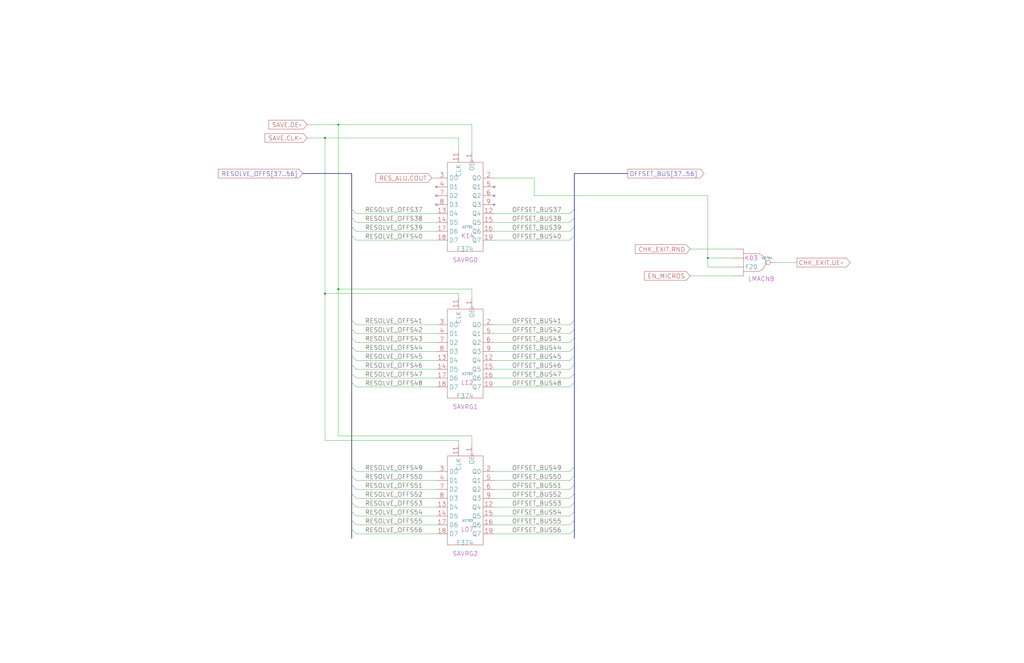
<source format=kicad_sch>
(kicad_sch (version 20250114) (generator "eeschema") (generator_version "9.0")
  (paper "User" 584.2 378.46)
  (title_block (title "SAVED OFFSET REGISTER") (date "22-MAY-90") (rev "1.0") (comment 1 "SEQUENCER") (comment 2 "232-003064") (comment 3 "S400") (comment 4 "RELEASED"))
  (lib_symbols
    (symbol "r1000:F20" (pin_numbers (hide yes)) (pin_names (hide yes))
      (property "Reference" "U" (at 8.255 2.54 0))
      (property "Value" "F20" (at -0.635 -2.54 0))
      (property "Location" "___" (at -0.635 2.54 0))
      (property "Name" "______" (at 5.08 -10.795 0))
      (symbol "F20_0_1"
        (polyline (pts (xy -5.08 7.62) (xy -5.08 5.08)) (stroke (width 0.1524)))
        (polyline (pts (xy -5.08 5.08) (xy -5.08 -5.08)) (stroke (width 0.1524)))
        (polyline (pts (xy -5.08 -5.08) (xy -5.08 -7.62)) (stroke (width 0.1524)))
        (arc (start 2.54 5.08) (mid 7.5882 0) (end 2.54 -5.08) (stroke (width 0.1524)))
        (polyline (pts (xy 2.54 5.08) (xy -5.08 5.08)) (stroke (width 0.1524)))
        (polyline (pts (xy 2.54 -5.08) (xy -5.08 -5.08)) (stroke (width 0.1524)))
        (circle (center 8.89 0) (radius 1.27) (stroke (width 0.1524)))
      )
      (symbol "F20_0_2"
        (arc (start -6.35 7.62) (mid -5.3975 0) (end -6.35 -7.62) (stroke (width 0.1524)))
        (circle (center -7.62 7.62) (radius 1.27) (stroke (width 0.1524)))
        (circle (center -7.62 -7.62) (radius 1.27) (stroke (width 0.1524)))
        (circle (center -6.985 2.54) (radius 1.27) (stroke (width 0.1524)))
        (circle (center -6.985 -2.54) (radius 1.27) (stroke (width 0.1524)))
        (polyline (pts (xy -5.715 5.08) (xy 1.27 5.08)) (stroke (width 0.1524)))
        (polyline (pts (xy -5.715 -5.08) (xy 1.27 -5.08)) (stroke (width 0.1524)))
        (arc (start 7.62 0) (mid 5.0518 -3.2985) (end 1.27 -5.08) (stroke (width 0.1524)))
        (arc (start 1.27 5.08) (mid 5.0518 3.2985) (end 7.62 0) (stroke (width 0.1524)))
      )
      (symbol "F20_1_1"
        (pin input line (at -10.16 7.62 0) (length 5.08) (name "D0") (number "1"))
        (pin input line (at -10.16 2.54 0) (length 5.08) (name "D1") (number "2"))
        (pin input line (at -10.16 -2.54 0) (length 5.08) (name "D2") (number "4"))
        (pin input line (at -10.16 -7.62 0) (length 5.08) (name "D3") (number "5"))
        (pin output line (at 12.7 0 180) (length 2.54) (name "Q") (number "6"))
      )
      (symbol "F20_1_2"
        (pin input line (at -10.16 7.62 0) (length 1.27) (name "D0") (number "1"))
        (pin input line (at -10.16 2.54 0) (length 1.905) (name "D1") (number "2"))
        (pin input line (at -10.16 -2.54 0) (length 1.905) (name "D2") (number "4"))
        (pin input line (at -10.16 -7.62 0) (length 1.27) (name "D3") (number "5"))
        (pin output line (at 12.7 0 180) (length 5.08) (name "Q") (number "6"))
      )
    )
    (symbol "r1000:F374" (pin_names (offset 1.016))
      (property "Reference" "U" (at 2.54 5.08 0))
      (property "Value" "F374" (at -3.81 -7.62 0))
      (property "Location" "___" (at -1.27 0 0))
      (property "Name" "______" (at 1.27 -15.24 0))
      (symbol "F374_1_1"
        (rectangle (start -8.89 41.91) (end 11.43 -8.89))
        (circle (center 5.08 42.545) (radius 0.635))
        (pin input line (at -15.24 33.02 0) (length 6.35) (name "D0") (number "3"))
        (pin input line (at -15.24 27.94 0) (length 6.35) (name "D1") (number "4"))
        (pin input line (at -15.24 22.86 0) (length 6.35) (name "D2") (number "7"))
        (pin input line (at -15.24 17.78 0) (length 6.35) (name "D3") (number "8"))
        (pin input line (at -15.24 12.7 0) (length 6.35) (name "D4") (number "13"))
        (pin input line (at -15.24 7.62 0) (length 6.35) (name "D5") (number "14"))
        (pin input line (at -15.24 2.54 0) (length 6.35) (name "D6") (number "17"))
        (pin input line (at -15.24 -2.54 0) (length 6.35) (name "D7") (number "18"))
        (pin input line (at -2.54 48.26 270) (length 6.35) (name "CLK") (number "11"))
        (pin input line (at 5.08 48.26 270) (length 5.08) (name "OE") (number "1"))
        (pin tri_state line (at 17.78 33.02 180) (length 6.35) (name "Q0") (number "2"))
        (pin tri_state line (at 17.78 27.94 180) (length 6.35) (name "Q1") (number "5"))
        (pin tri_state line (at 17.78 22.86 180) (length 6.35) (name "Q2") (number "6"))
        (pin tri_state line (at 17.78 17.78 180) (length 6.35) (name "Q3") (number "9"))
        (pin tri_state line (at 17.78 12.7 180) (length 6.35) (name "Q4") (number "12"))
        (pin tri_state line (at 17.78 7.62 180) (length 6.35) (name "Q5") (number "15"))
        (pin tri_state line (at 17.78 2.54 180) (length 6.35) (name "Q6") (number "16"))
        (pin tri_state line (at 17.78 -2.54 180) (length 6.35) (name "Q7") (number "19"))
      )
    )
  )
  (junction (at 185.42 78.74))
  (junction (at 193.04 71.12))
  (junction (at 193.04 165.1))
  (junction (at 185.42 167.64))
  (junction (at 403.86 147.32))
  (no_connect (at 281.94 116.84))
  (no_connect (at 281.94 111.76))
  (no_connect (at 248.92 116.84))
  (no_connect (at 281.94 106.68))
  (no_connect (at 248.92 111.76))
  (no_connect (at 248.92 106.68))
  (bus_entry (at 327.66 203.2) (size -2.54 2.54))
  (bus_entry (at 200.66 276.86) (size 2.54 2.54))
  (bus_entry (at 200.66 287.02) (size 2.54 2.54))
  (bus_entry (at 327.66 281.94) (size -2.54 2.54))
  (bus_entry (at 327.66 287.02) (size -2.54 2.54))
  (bus_entry (at 200.66 292.1) (size 2.54 2.54))
  (bus_entry (at 327.66 266.7) (size -2.54 2.54))
  (bus_entry (at 200.66 297.18) (size 2.54 2.54))
  (bus_entry (at 327.66 302.26) (size -2.54 2.54))
  (bus_entry (at 200.66 187.96) (size 2.54 2.54))
  (bus_entry (at 327.66 213.36) (size -2.54 2.54))
  (bus_entry (at 327.66 198.12) (size -2.54 2.54))
  (bus_entry (at 327.66 182.88) (size -2.54 2.54))
  (bus_entry (at 200.66 218.44) (size 2.54 2.54))
  (bus_entry (at 327.66 129.54) (size -2.54 2.54))
  (bus_entry (at 327.66 134.62) (size -2.54 2.54))
  (bus_entry (at 327.66 124.46) (size -2.54 2.54))
  (bus_entry (at 200.66 129.54) (size 2.54 2.54))
  (bus_entry (at 327.66 271.78) (size -2.54 2.54))
  (bus_entry (at 327.66 292.1) (size -2.54 2.54))
  (bus_entry (at 200.66 119.38) (size 2.54 2.54))
  (bus_entry (at 200.66 302.26) (size 2.54 2.54))
  (bus_entry (at 200.66 266.7) (size 2.54 2.54))
  (bus_entry (at 200.66 182.88) (size 2.54 2.54))
  (bus_entry (at 200.66 271.78) (size 2.54 2.54))
  (bus_entry (at 327.66 218.44) (size -2.54 2.54))
  (bus_entry (at 200.66 203.2) (size 2.54 2.54))
  (bus_entry (at 200.66 124.46) (size 2.54 2.54))
  (bus_entry (at 200.66 208.28) (size 2.54 2.54))
  (bus_entry (at 200.66 213.36) (size 2.54 2.54))
  (bus_entry (at 327.66 276.86) (size -2.54 2.54))
  (bus_entry (at 200.66 198.12) (size 2.54 2.54))
  (bus_entry (at 200.66 193.04) (size 2.54 2.54))
  (bus_entry (at 200.66 281.94) (size 2.54 2.54))
  (bus_entry (at 200.66 134.62) (size 2.54 2.54))
  (bus_entry (at 327.66 187.96) (size -2.54 2.54))
  (bus_entry (at 327.66 297.18) (size -2.54 2.54))
  (bus_entry (at 327.66 208.28) (size -2.54 2.54))
  (bus_entry (at 327.66 193.04) (size -2.54 2.54))
  (bus_entry (at 327.66 119.38) (size -2.54 2.54))
  (wire (pts (xy 281.94 137.16) (xy 325.12 137.16)))
  (bus (pts (xy 327.66 187.96) (xy 327.66 193.04)))
  (wire (pts (xy 203.2 220.98) (xy 248.92 220.98)))
  (wire (pts (xy 203.2 299.72) (xy 248.92 299.72)))
  (bus (pts (xy 327.66 119.38) (xy 327.66 124.46)))
  (bus (pts (xy 327.66 198.12) (xy 327.66 203.2)))
  (bus (pts (xy 200.66 281.94) (xy 200.66 287.02)))
  (wire (pts (xy 185.42 78.74) (xy 261.62 78.74)))
  (bus (pts (xy 327.66 203.2) (xy 327.66 208.28)))
  (wire (pts (xy 403.86 147.32) (xy 403.86 152.4)))
  (wire (pts (xy 203.2 210.82) (xy 248.92 210.82)))
  (bus (pts (xy 200.66 302.26) (xy 200.66 307.34)))
  (wire (pts (xy 281.94 190.5) (xy 325.12 190.5)))
  (bus (pts (xy 327.66 129.54) (xy 327.66 134.62)))
  (wire (pts (xy 281.94 269.24) (xy 325.12 269.24)))
  (wire (pts (xy 269.24 165.1) (xy 269.24 170.18)))
  (bus (pts (xy 327.66 99.06) (xy 327.66 119.38)))
  (bus (pts (xy 327.66 266.7) (xy 327.66 271.78)))
  (wire (pts (xy 261.62 78.74) (xy 261.62 86.36)))
  (wire (pts (xy 246.38 101.6) (xy 248.92 101.6)))
  (bus (pts (xy 200.66 129.54) (xy 200.66 134.62)))
  (wire (pts (xy 304.8 101.6) (xy 304.8 111.76)))
  (wire (pts (xy 269.24 254) (xy 269.24 248.92)))
  (wire (pts (xy 281.94 210.82) (xy 325.12 210.82)))
  (wire (pts (xy 281.94 101.6) (xy 304.8 101.6)))
  (wire (pts (xy 203.2 190.5) (xy 248.92 190.5)))
  (bus (pts (xy 200.66 297.18) (xy 200.66 302.26)))
  (bus (pts (xy 327.66 99.06) (xy 358.14 99.06)))
  (wire (pts (xy 203.2 284.48) (xy 248.92 284.48)))
  (bus (pts (xy 200.66 276.86) (xy 200.66 281.94)))
  (wire (pts (xy 281.94 121.92) (xy 325.12 121.92)))
  (wire (pts (xy 193.04 248.92) (xy 193.04 165.1)))
  (wire (pts (xy 403.86 111.76) (xy 403.86 147.32)))
  (bus (pts (xy 200.66 271.78) (xy 200.66 276.86)))
  (wire (pts (xy 175.26 78.74) (xy 185.42 78.74)))
  (bus (pts (xy 200.66 213.36) (xy 200.66 218.44)))
  (wire (pts (xy 261.62 167.64) (xy 261.62 170.18)))
  (wire (pts (xy 281.94 132.08) (xy 325.12 132.08)))
  (bus (pts (xy 327.66 297.18) (xy 327.66 302.26)))
  (wire (pts (xy 193.04 165.1) (xy 269.24 165.1)))
  (wire (pts (xy 281.94 294.64) (xy 325.12 294.64)))
  (wire (pts (xy 403.86 152.4) (xy 419.1 152.4)))
  (wire (pts (xy 185.42 167.64) (xy 261.62 167.64)))
  (wire (pts (xy 281.94 304.8) (xy 325.12 304.8)))
  (wire (pts (xy 261.62 254) (xy 261.62 251.46)))
  (wire (pts (xy 203.2 205.74) (xy 248.92 205.74)))
  (wire (pts (xy 203.2 200.66) (xy 248.92 200.66)))
  (bus (pts (xy 200.66 193.04) (xy 200.66 198.12)))
  (wire (pts (xy 203.2 304.8) (xy 248.92 304.8)))
  (wire (pts (xy 193.04 71.12) (xy 269.24 71.12)))
  (bus (pts (xy 327.66 218.44) (xy 327.66 266.7)))
  (wire (pts (xy 403.86 147.32) (xy 419.1 147.32)))
  (wire (pts (xy 304.8 111.76) (xy 403.86 111.76)))
  (wire (pts (xy 203.2 121.92) (xy 248.92 121.92)))
  (bus (pts (xy 200.66 119.38) (xy 200.66 124.46)))
  (wire (pts (xy 203.2 289.56) (xy 248.92 289.56)))
  (bus (pts (xy 200.66 218.44) (xy 200.66 266.7)))
  (bus (pts (xy 200.66 182.88) (xy 200.66 187.96)))
  (bus (pts (xy 200.66 203.2) (xy 200.66 208.28)))
  (wire (pts (xy 185.42 251.46) (xy 185.42 167.64)))
  (bus (pts (xy 327.66 287.02) (xy 327.66 292.1)))
  (wire (pts (xy 281.94 127) (xy 325.12 127)))
  (wire (pts (xy 185.42 167.64) (xy 185.42 78.74)))
  (bus (pts (xy 200.66 208.28) (xy 200.66 213.36)))
  (bus (pts (xy 200.66 266.7) (xy 200.66 271.78)))
  (bus (pts (xy 327.66 276.86) (xy 327.66 281.94)))
  (wire (pts (xy 203.2 269.24) (xy 248.92 269.24)))
  (wire (pts (xy 203.2 279.4) (xy 248.92 279.4)))
  (wire (pts (xy 203.2 274.32) (xy 248.92 274.32)))
  (bus (pts (xy 327.66 213.36) (xy 327.66 218.44)))
  (wire (pts (xy 281.94 289.56) (xy 325.12 289.56)))
  (wire (pts (xy 269.24 71.12) (xy 269.24 86.36)))
  (bus (pts (xy 200.66 134.62) (xy 200.66 182.88)))
  (wire (pts (xy 281.94 200.66) (xy 325.12 200.66)))
  (wire (pts (xy 203.2 127) (xy 248.92 127)))
  (wire (pts (xy 281.94 215.9) (xy 325.12 215.9)))
  (wire (pts (xy 203.2 132.08) (xy 248.92 132.08)))
  (wire (pts (xy 269.24 248.92) (xy 193.04 248.92)))
  (wire (pts (xy 281.94 185.42) (xy 325.12 185.42)))
  (wire (pts (xy 203.2 195.58) (xy 248.92 195.58)))
  (bus (pts (xy 200.66 99.06) (xy 200.66 119.38)))
  (wire (pts (xy 441.96 149.86) (xy 454.66 149.86)))
  (wire (pts (xy 393.7 157.48) (xy 419.1 157.48)))
  (wire (pts (xy 203.2 294.64) (xy 248.92 294.64)))
  (bus (pts (xy 200.66 198.12) (xy 200.66 203.2)))
  (wire (pts (xy 203.2 215.9) (xy 248.92 215.9)))
  (bus (pts (xy 327.66 292.1) (xy 327.66 297.18)))
  (bus (pts (xy 327.66 281.94) (xy 327.66 287.02)))
  (wire (pts (xy 281.94 284.48) (xy 325.12 284.48)))
  (bus (pts (xy 327.66 208.28) (xy 327.66 213.36)))
  (wire (pts (xy 281.94 195.58) (xy 325.12 195.58)))
  (bus (pts (xy 200.66 292.1) (xy 200.66 297.18)))
  (bus (pts (xy 327.66 302.26) (xy 327.66 307.34)))
  (wire (pts (xy 281.94 274.32) (xy 325.12 274.32)))
  (bus (pts (xy 200.66 187.96) (xy 200.66 193.04)))
  (wire (pts (xy 281.94 205.74) (xy 325.12 205.74)))
  (wire (pts (xy 203.2 137.16) (xy 248.92 137.16)))
  (bus (pts (xy 327.66 182.88) (xy 327.66 187.96)))
  (wire (pts (xy 393.7 142.24) (xy 419.1 142.24)))
  (wire (pts (xy 281.94 299.72) (xy 325.12 299.72)))
  (bus (pts (xy 200.66 287.02) (xy 200.66 292.1)))
  (bus (pts (xy 327.66 124.46) (xy 327.66 129.54)))
  (wire (pts (xy 281.94 279.4) (xy 325.12 279.4)))
  (wire (pts (xy 193.04 165.1) (xy 193.04 71.12)))
  (bus (pts (xy 172.72 99.06) (xy 200.66 99.06)))
  (wire (pts (xy 203.2 185.42) (xy 248.92 185.42)))
  (wire (pts (xy 281.94 220.98) (xy 325.12 220.98)))
  (bus (pts (xy 327.66 134.62) (xy 327.66 182.88)))
  (bus (pts (xy 327.66 193.04) (xy 327.66 198.12)))
  (wire (pts (xy 261.62 251.46) (xy 185.42 251.46)))
  (wire (pts (xy 175.26 71.12) (xy 193.04 71.12)))
  (bus (pts (xy 327.66 271.78) (xy 327.66 276.86)))
  (bus (pts (xy 200.66 124.46) (xy 200.66 129.54)))
  (label "OFFSET_BUS56" (at 292.1 304.8 0) (effects (font (size 2.54 2.54))))
  (label "RESOLVE_OFFS46" (at 208.28 210.82 0) (effects (font (size 2.54 2.54))))
  (label "OFFSET_BUS40" (at 292.1 137.16 0) (effects (font (size 2.54 2.54))))
  (label "RESOLVE_OFFS53" (at 208.28 289.56 0) (effects (font (size 2.54 2.54))))
  (label "OFFSET_BUS37" (at 292.1 121.92 0) (effects (font (size 2.54 2.54))))
  (label "OFFSET_BUS50" (at 292.1 274.32 0) (effects (font (size 2.54 2.54))))
  (label "OFFSET_BUS41" (at 292.1 185.42 0) (effects (font (size 2.54 2.54))))
  (label "RESOLVE_OFFS50" (at 208.28 274.32 0) (effects (font (size 2.54 2.54))))
  (label "RESOLVE_OFFS49" (at 208.28 269.24 0) (effects (font (size 2.54 2.54))))
  (label "RESOLVE_OFFS42" (at 208.28 190.5 0) (effects (font (size 2.54 2.54))))
  (label "OFFSET_BUS54" (at 292.1 294.64 0) (effects (font (size 2.54 2.54))))
  (label "OFFSET_BUS47" (at 292.1 215.9 0) (effects (font (size 2.54 2.54))))
  (label "OFFSET_BUS44" (at 292.1 200.66 0) (effects (font (size 2.54 2.54))))
  (label "RESOLVE_OFFS44" (at 208.28 200.66 0) (effects (font (size 2.54 2.54))))
  (label "OFFSET_BUS39" (at 292.1 132.08 0) (effects (font (size 2.54 2.54))))
  (label "OFFSET_BUS53" (at 292.1 289.56 0) (effects (font (size 2.54 2.54))))
  (label "RESOLVE_OFFS43" (at 208.28 195.58 0) (effects (font (size 2.54 2.54))))
  (label "RESOLVE_OFFS48" (at 208.28 220.98 0) (effects (font (size 2.54 2.54))))
  (label "OFFSET_BUS43" (at 292.1 195.58 0) (effects (font (size 2.54 2.54))))
  (label "RESOLVE_OFFS55" (at 208.28 299.72 0) (effects (font (size 2.54 2.54))))
  (label "OFFSET_BUS55" (at 292.1 299.72 0) (effects (font (size 2.54 2.54))))
  (label "RESOLVE_OFFS40" (at 208.28 137.16 0) (effects (font (size 2.54 2.54))))
  (label "RESOLVE_OFFS39" (at 208.28 132.08 0) (effects (font (size 2.54 2.54))))
  (label "OFFSET_BUS42" (at 292.1 190.5 0) (effects (font (size 2.54 2.54))))
  (label "OFFSET_BUS38" (at 292.1 127 0) (effects (font (size 2.54 2.54))))
  (label "RESOLVE_OFFS47" (at 208.28 215.9 0) (effects (font (size 2.54 2.54))))
  (label "OFFSET_BUS51" (at 292.1 279.4 0) (effects (font (size 2.54 2.54))))
  (label "OFFSET_BUS46" (at 292.1 210.82 0) (effects (font (size 2.54 2.54))))
  (label "RESOLVE_OFFS45" (at 208.28 205.74 0) (effects (font (size 2.54 2.54))))
  (label "RESOLVE_OFFS41" (at 208.28 185.42 0) (effects (font (size 2.54 2.54))))
  (label "RESOLVE_OFFS38" (at 208.28 127 0) (effects (font (size 2.54 2.54))))
  (label "RESOLVE_OFFS51" (at 208.28 279.4 0) (effects (font (size 2.54 2.54))))
  (label "RESOLVE_OFFS54" (at 208.28 294.64 0) (effects (font (size 2.54 2.54))))
  (label "OFFSET_BUS48" (at 292.1 220.98 0) (effects (font (size 2.54 2.54))))
  (label "RESOLVE_OFFS52" (at 208.28 284.48 0) (effects (font (size 2.54 2.54))))
  (label "OFFSET_BUS49" (at 292.1 269.24 0) (effects (font (size 2.54 2.54))))
  (label "OFFSET_BUS52" (at 292.1 284.48 0) (effects (font (size 2.54 2.54))))
  (label "RESOLVE_OFFS56" (at 208.28 304.8 0) (effects (font (size 2.54 2.54))))
  (label "OFFSET_BUS45" (at 292.1 205.74 0) (effects (font (size 2.54 2.54))))
  (label "RESOLVE_OFFS37" (at 208.28 121.92 0) (effects (font (size 2.54 2.54))))
  (global_label "RES_ALU.COUT" (shape input) (at 246.38 101.6 180) (effects (font (size 2.54 2.54))) (property "Intersheetrefs" "${INTERSHEET_REFS}" (at 214.4607 101.4413 0) (effects (font (size 1.905 1.905)) (justify right))))
  (global_label "CHK_EXIT.RND" (shape input) (at 393.7 142.24 180) (effects (font (size 2.54 2.54))) (property "Intersheetrefs" "${INTERSHEET_REFS}" (at 362.3854 142.0813 0) (effects (font (size 1.905 1.905)) (justify right))))
  (global_label "OFFSET_BUS[37..56]" (shape output) (at 358.14 99.06 0) (effects (font (size 2.54 2.54))) (property "Intersheetrefs" "${INTERSHEET_REFS}" (at 401.6708 98.9013 0) (effects (font (size 1.905 1.905)) (justify left))))
  (global_label "SAVE.CLK~" (shape input) (at 175.26 78.74 180) (effects (font (size 2.54 2.54))) (property "Intersheetrefs" "${INTERSHEET_REFS}" (at 151.2026 78.5813 0) (effects (font (size 1.905 1.905)) (justify right))))
  (global_label "CHK_EXIT.UE~" (shape output) (at 454.66 149.86 0) (effects (font (size 2.54 2.54))) (property "Intersheetrefs" "${INTERSHEET_REFS}" (at 485.007 149.7013 0) (effects (font (size 1.905 1.905)) (justify left))))
  (global_label "RESOLVE_OFFS[37..56]" (shape input) (at 172.72 99.06 180) (effects (font (size 2.54 2.54))) (property "Intersheetrefs" "${INTERSHEET_REFS}" (at 124.593 98.9013 0) (effects (font (size 1.905 1.905)) (justify right))))
  (global_label "EN_MICROS" (shape input) (at 393.7 157.48 180) (effects (font (size 2.54 2.54))) (property "Intersheetrefs" "${INTERSHEET_REFS}" (at 367.7073 157.3213 0) (effects (font (size 1.905 1.905)) (justify right))))
  (global_label "SAVE.OE~" (shape input) (at 175.26 71.12 180) (effects (font (size 2.54 2.54))) (property "Intersheetrefs" "${INTERSHEET_REFS}" (at 153.3797 70.9613 0) (effects (font (size 1.905 1.905)) (justify right))))
  (symbol (lib_id "r1000:F20") (at 429.26 149.86 0) (unit 1)
    (property "Reference" "U2704" (at 437.515 147.32 0))
    (property "Value" "F20" (at 428.625 152.4 0) (effects (font (size 2.54 2.54))))
    (property "Location" "K03" (at 428.625 147.32 0) (effects (font (size 2.54 2.54))))
    (property "Name" "LMACNB" (at 434.34 160.655 0) (effects (font (size 2.54 2.54)) (justify bottom)))
  )
  (symbol (lib_id "r1000:F374") (at 264.16 134.62 0) (unit 1)
    (property "Reference" "U2701" (at 266.7 129.54 0))
    (property "Value" "F374" (at 260.35 142.24 0) (effects (font (size 2.54 2.54)) (justify left)))
    (property "Location" "K14" (at 262.89 134.62 0) (effects (font (size 2.54 2.54)) (justify left)))
    (property "Name" "SAVRG0" (at 265.43 149.86 0) (effects (font (size 2.54 2.54)) (justify bottom)))
  )
  (symbol (lib_id "r1000:F374") (at 264.16 218.44 0) (unit 1)
    (property "Reference" "U2702" (at 266.7 213.36 0))
    (property "Value" "F374" (at 260.35 226.06 0) (effects (font (size 2.54 2.54)) (justify left)))
    (property "Location" "L12" (at 262.89 218.44 0) (effects (font (size 2.54 2.54)) (justify left)))
    (property "Name" "SAVRG1" (at 265.43 233.68 0) (effects (font (size 2.54 2.54)) (justify bottom)))
  )
  (symbol (lib_id "r1000:F374") (at 264.16 302.26 0) (unit 1)
    (property "Reference" "U2703" (at 266.7 297.18 0))
    (property "Value" "F374" (at 260.35 309.88 0) (effects (font (size 2.54 2.54)) (justify left)))
    (property "Location" "L07" (at 262.89 302.26 0) (effects (font (size 2.54 2.54)) (justify left)))
    (property "Name" "SAVRG2" (at 265.43 317.5 0) (effects (font (size 2.54 2.54)) (justify bottom)))
  )
)
</source>
